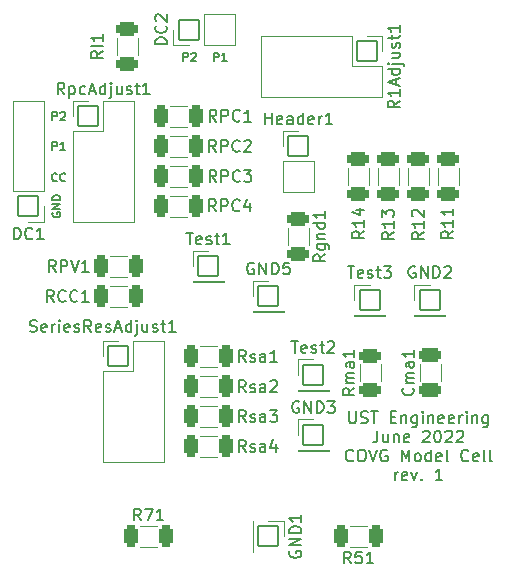
<source format=gto>
G04 #@! TF.GenerationSoftware,KiCad,Pcbnew,(6.0.5)*
G04 #@! TF.CreationDate,2022-06-17T10:27:33-05:00*
G04 #@! TF.ProjectId,model_cell,6d6f6465-6c5f-4636-956c-6c2e6b696361,rev?*
G04 #@! TF.SameCoordinates,Original*
G04 #@! TF.FileFunction,Legend,Top*
G04 #@! TF.FilePolarity,Positive*
%FSLAX46Y46*%
G04 Gerber Fmt 4.6, Leading zero omitted, Abs format (unit mm)*
G04 Created by KiCad (PCBNEW (6.0.5)) date 2022-06-17 10:27:33*
%MOMM*%
%LPD*%
G01*
G04 APERTURE LIST*
G04 Aperture macros list*
%AMRoundRect*
0 Rectangle with rounded corners*
0 $1 Rounding radius*
0 $2 $3 $4 $5 $6 $7 $8 $9 X,Y pos of 4 corners*
0 Add a 4 corners polygon primitive as box body*
4,1,4,$2,$3,$4,$5,$6,$7,$8,$9,$2,$3,0*
0 Add four circle primitives for the rounded corners*
1,1,$1+$1,$2,$3*
1,1,$1+$1,$4,$5*
1,1,$1+$1,$6,$7*
1,1,$1+$1,$8,$9*
0 Add four rect primitives between the rounded corners*
20,1,$1+$1,$2,$3,$4,$5,0*
20,1,$1+$1,$4,$5,$6,$7,0*
20,1,$1+$1,$6,$7,$8,$9,0*
20,1,$1+$1,$8,$9,$2,$3,0*%
G04 Aperture macros list end*
%ADD10C,0.150000*%
%ADD11C,0.200000*%
%ADD12C,0.120000*%
%ADD13C,5.701600*%
%ADD14C,5.701599*%
%ADD15RoundRect,0.300800X0.312500X0.625000X-0.312500X0.625000X-0.312500X-0.625000X0.312500X-0.625000X0*%
%ADD16RoundRect,0.050800X-0.850000X0.850000X-0.850000X-0.850000X0.850000X-0.850000X0.850000X0.850000X0*%
%ADD17RoundRect,0.300800X0.650000X-0.325000X0.650000X0.325000X-0.650000X0.325000X-0.650000X-0.325000X0*%
%ADD18RoundRect,0.050800X-0.850000X-0.850000X0.850000X-0.850000X0.850000X0.850000X-0.850000X0.850000X0*%
%ADD19O,1.801600X1.801600*%
%ADD20RoundRect,0.300800X0.625000X-0.312500X0.625000X0.312500X-0.625000X0.312500X-0.625000X-0.312500X0*%
%ADD21RoundRect,0.300800X-0.312500X-0.625000X0.312500X-0.625000X0.312500X0.625000X-0.312500X0.625000X0*%
%ADD22RoundRect,0.050800X0.850000X-0.850000X0.850000X0.850000X-0.850000X0.850000X-0.850000X-0.850000X0*%
%ADD23RoundRect,0.300800X-0.625000X0.312500X-0.625000X-0.312500X0.625000X-0.312500X0.625000X0.312500X0*%
%ADD24RoundRect,0.050800X0.850000X0.850000X-0.850000X0.850000X-0.850000X-0.850000X0.850000X-0.850000X0*%
G04 APERTURE END LIST*
D10*
X4563333Y37783333D02*
X4563333Y38483333D01*
X4830000Y38483333D01*
X4896666Y38450000D01*
X4930000Y38416666D01*
X4963333Y38350000D01*
X4963333Y38250000D01*
X4930000Y38183333D01*
X4896666Y38150000D01*
X4830000Y38116666D01*
X4563333Y38116666D01*
X5230000Y38416666D02*
X5263333Y38450000D01*
X5330000Y38483333D01*
X5496666Y38483333D01*
X5563333Y38450000D01*
X5596666Y38416666D01*
X5630000Y38350000D01*
X5630000Y38283333D01*
X5596666Y38183333D01*
X5196666Y37783333D01*
X5630000Y37783333D01*
D11*
X29679047Y13122619D02*
X29679047Y12313095D01*
X29726666Y12217857D01*
X29774285Y12170238D01*
X29869523Y12122619D01*
X30060000Y12122619D01*
X30155238Y12170238D01*
X30202857Y12217857D01*
X30250476Y12313095D01*
X30250476Y13122619D01*
X30679047Y12170238D02*
X30821904Y12122619D01*
X31060000Y12122619D01*
X31155238Y12170238D01*
X31202857Y12217857D01*
X31250476Y12313095D01*
X31250476Y12408333D01*
X31202857Y12503571D01*
X31155238Y12551190D01*
X31060000Y12598809D01*
X30869523Y12646428D01*
X30774285Y12694047D01*
X30726666Y12741666D01*
X30679047Y12836904D01*
X30679047Y12932142D01*
X30726666Y13027380D01*
X30774285Y13075000D01*
X30869523Y13122619D01*
X31107619Y13122619D01*
X31250476Y13075000D01*
X31536190Y13122619D02*
X32107619Y13122619D01*
X31821904Y12122619D02*
X31821904Y13122619D01*
X33202857Y12646428D02*
X33536190Y12646428D01*
X33679047Y12122619D02*
X33202857Y12122619D01*
X33202857Y13122619D01*
X33679047Y13122619D01*
X34107619Y12789285D02*
X34107619Y12122619D01*
X34107619Y12694047D02*
X34155238Y12741666D01*
X34250476Y12789285D01*
X34393333Y12789285D01*
X34488571Y12741666D01*
X34536190Y12646428D01*
X34536190Y12122619D01*
X35440952Y12789285D02*
X35440952Y11979761D01*
X35393333Y11884523D01*
X35345714Y11836904D01*
X35250476Y11789285D01*
X35107619Y11789285D01*
X35012380Y11836904D01*
X35440952Y12170238D02*
X35345714Y12122619D01*
X35155238Y12122619D01*
X35060000Y12170238D01*
X35012380Y12217857D01*
X34964761Y12313095D01*
X34964761Y12598809D01*
X35012380Y12694047D01*
X35060000Y12741666D01*
X35155238Y12789285D01*
X35345714Y12789285D01*
X35440952Y12741666D01*
X35917142Y12122619D02*
X35917142Y12789285D01*
X35917142Y13122619D02*
X35869523Y13075000D01*
X35917142Y13027380D01*
X35964761Y13075000D01*
X35917142Y13122619D01*
X35917142Y13027380D01*
X36393333Y12789285D02*
X36393333Y12122619D01*
X36393333Y12694047D02*
X36440952Y12741666D01*
X36536190Y12789285D01*
X36679047Y12789285D01*
X36774285Y12741666D01*
X36821904Y12646428D01*
X36821904Y12122619D01*
X37679047Y12170238D02*
X37583809Y12122619D01*
X37393333Y12122619D01*
X37298095Y12170238D01*
X37250476Y12265476D01*
X37250476Y12646428D01*
X37298095Y12741666D01*
X37393333Y12789285D01*
X37583809Y12789285D01*
X37679047Y12741666D01*
X37726666Y12646428D01*
X37726666Y12551190D01*
X37250476Y12455952D01*
X38536190Y12170238D02*
X38440952Y12122619D01*
X38250476Y12122619D01*
X38155238Y12170238D01*
X38107619Y12265476D01*
X38107619Y12646428D01*
X38155238Y12741666D01*
X38250476Y12789285D01*
X38440952Y12789285D01*
X38536190Y12741666D01*
X38583809Y12646428D01*
X38583809Y12551190D01*
X38107619Y12455952D01*
X39012380Y12122619D02*
X39012380Y12789285D01*
X39012380Y12598809D02*
X39060000Y12694047D01*
X39107619Y12741666D01*
X39202857Y12789285D01*
X39298095Y12789285D01*
X39631428Y12122619D02*
X39631428Y12789285D01*
X39631428Y13122619D02*
X39583809Y13075000D01*
X39631428Y13027380D01*
X39679047Y13075000D01*
X39631428Y13122619D01*
X39631428Y13027380D01*
X40107619Y12789285D02*
X40107619Y12122619D01*
X40107619Y12694047D02*
X40155238Y12741666D01*
X40250476Y12789285D01*
X40393333Y12789285D01*
X40488571Y12741666D01*
X40536190Y12646428D01*
X40536190Y12122619D01*
X41440952Y12789285D02*
X41440952Y11979761D01*
X41393333Y11884523D01*
X41345714Y11836904D01*
X41250476Y11789285D01*
X41107619Y11789285D01*
X41012380Y11836904D01*
X41440952Y12170238D02*
X41345714Y12122619D01*
X41155238Y12122619D01*
X41060000Y12170238D01*
X41012380Y12217857D01*
X40964761Y12313095D01*
X40964761Y12598809D01*
X41012380Y12694047D01*
X41060000Y12741666D01*
X41155238Y12789285D01*
X41345714Y12789285D01*
X41440952Y12741666D01*
X32083809Y11512619D02*
X32083809Y10798333D01*
X32036190Y10655476D01*
X31940952Y10560238D01*
X31798095Y10512619D01*
X31702857Y10512619D01*
X32988571Y11179285D02*
X32988571Y10512619D01*
X32560000Y11179285D02*
X32560000Y10655476D01*
X32607619Y10560238D01*
X32702857Y10512619D01*
X32845714Y10512619D01*
X32940952Y10560238D01*
X32988571Y10607857D01*
X33464761Y11179285D02*
X33464761Y10512619D01*
X33464761Y11084047D02*
X33512380Y11131666D01*
X33607619Y11179285D01*
X33750476Y11179285D01*
X33845714Y11131666D01*
X33893333Y11036428D01*
X33893333Y10512619D01*
X34750476Y10560238D02*
X34655238Y10512619D01*
X34464761Y10512619D01*
X34369523Y10560238D01*
X34321904Y10655476D01*
X34321904Y11036428D01*
X34369523Y11131666D01*
X34464761Y11179285D01*
X34655238Y11179285D01*
X34750476Y11131666D01*
X34798095Y11036428D01*
X34798095Y10941190D01*
X34321904Y10845952D01*
X35940952Y11417380D02*
X35988571Y11465000D01*
X36083809Y11512619D01*
X36321904Y11512619D01*
X36417142Y11465000D01*
X36464761Y11417380D01*
X36512380Y11322142D01*
X36512380Y11226904D01*
X36464761Y11084047D01*
X35893333Y10512619D01*
X36512380Y10512619D01*
X37131428Y11512619D02*
X37226666Y11512619D01*
X37321904Y11465000D01*
X37369523Y11417380D01*
X37417142Y11322142D01*
X37464761Y11131666D01*
X37464761Y10893571D01*
X37417142Y10703095D01*
X37369523Y10607857D01*
X37321904Y10560238D01*
X37226666Y10512619D01*
X37131428Y10512619D01*
X37036190Y10560238D01*
X36988571Y10607857D01*
X36940952Y10703095D01*
X36893333Y10893571D01*
X36893333Y11131666D01*
X36940952Y11322142D01*
X36988571Y11417380D01*
X37036190Y11465000D01*
X37131428Y11512619D01*
X37845714Y11417380D02*
X37893333Y11465000D01*
X37988571Y11512619D01*
X38226666Y11512619D01*
X38321904Y11465000D01*
X38369523Y11417380D01*
X38417142Y11322142D01*
X38417142Y11226904D01*
X38369523Y11084047D01*
X37798095Y10512619D01*
X38417142Y10512619D01*
X38798095Y11417380D02*
X38845714Y11465000D01*
X38940952Y11512619D01*
X39179047Y11512619D01*
X39274285Y11465000D01*
X39321904Y11417380D01*
X39369523Y11322142D01*
X39369523Y11226904D01*
X39321904Y11084047D01*
X38750476Y10512619D01*
X39369523Y10512619D01*
X30036190Y8997857D02*
X29988571Y8950238D01*
X29845714Y8902619D01*
X29750476Y8902619D01*
X29607619Y8950238D01*
X29512380Y9045476D01*
X29464761Y9140714D01*
X29417142Y9331190D01*
X29417142Y9474047D01*
X29464761Y9664523D01*
X29512380Y9759761D01*
X29607619Y9855000D01*
X29750476Y9902619D01*
X29845714Y9902619D01*
X29988571Y9855000D01*
X30036190Y9807380D01*
X30655238Y9902619D02*
X30845714Y9902619D01*
X30940952Y9855000D01*
X31036190Y9759761D01*
X31083809Y9569285D01*
X31083809Y9235952D01*
X31036190Y9045476D01*
X30940952Y8950238D01*
X30845714Y8902619D01*
X30655238Y8902619D01*
X30559999Y8950238D01*
X30464761Y9045476D01*
X30417142Y9235952D01*
X30417142Y9569285D01*
X30464761Y9759761D01*
X30559999Y9855000D01*
X30655238Y9902619D01*
X31369523Y9902619D02*
X31702857Y8902619D01*
X32036190Y9902619D01*
X32893333Y9855000D02*
X32798095Y9902619D01*
X32655238Y9902619D01*
X32512380Y9855000D01*
X32417142Y9759761D01*
X32369523Y9664523D01*
X32321904Y9474047D01*
X32321904Y9331190D01*
X32369523Y9140714D01*
X32417142Y9045476D01*
X32512380Y8950238D01*
X32655238Y8902619D01*
X32750476Y8902619D01*
X32893333Y8950238D01*
X32940952Y8997857D01*
X32940952Y9331190D01*
X32750476Y9331190D01*
X34131428Y8902619D02*
X34131428Y9902619D01*
X34464761Y9188333D01*
X34798095Y9902619D01*
X34798095Y8902619D01*
X35417142Y8902619D02*
X35321904Y8950238D01*
X35274285Y8997857D01*
X35226666Y9093095D01*
X35226666Y9378809D01*
X35274285Y9474047D01*
X35321904Y9521666D01*
X35417142Y9569285D01*
X35560000Y9569285D01*
X35655238Y9521666D01*
X35702857Y9474047D01*
X35750476Y9378809D01*
X35750476Y9093095D01*
X35702857Y8997857D01*
X35655238Y8950238D01*
X35560000Y8902619D01*
X35417142Y8902619D01*
X36607619Y8902619D02*
X36607619Y9902619D01*
X36607619Y8950238D02*
X36512380Y8902619D01*
X36321904Y8902619D01*
X36226666Y8950238D01*
X36179047Y8997857D01*
X36131428Y9093095D01*
X36131428Y9378809D01*
X36179047Y9474047D01*
X36226666Y9521666D01*
X36321904Y9569285D01*
X36512380Y9569285D01*
X36607619Y9521666D01*
X37464761Y8950238D02*
X37369523Y8902619D01*
X37179047Y8902619D01*
X37083809Y8950238D01*
X37036190Y9045476D01*
X37036190Y9426428D01*
X37083809Y9521666D01*
X37179047Y9569285D01*
X37369523Y9569285D01*
X37464761Y9521666D01*
X37512380Y9426428D01*
X37512380Y9331190D01*
X37036190Y9235952D01*
X38083809Y8902619D02*
X37988571Y8950238D01*
X37940952Y9045476D01*
X37940952Y9902619D01*
X39798095Y8997857D02*
X39750476Y8950238D01*
X39607619Y8902619D01*
X39512380Y8902619D01*
X39369523Y8950238D01*
X39274285Y9045476D01*
X39226666Y9140714D01*
X39179047Y9331190D01*
X39179047Y9474047D01*
X39226666Y9664523D01*
X39274285Y9759761D01*
X39369523Y9855000D01*
X39512380Y9902619D01*
X39607619Y9902619D01*
X39750476Y9855000D01*
X39798095Y9807380D01*
X40607619Y8950238D02*
X40512380Y8902619D01*
X40321904Y8902619D01*
X40226666Y8950238D01*
X40179047Y9045476D01*
X40179047Y9426428D01*
X40226666Y9521666D01*
X40321904Y9569285D01*
X40512380Y9569285D01*
X40607619Y9521666D01*
X40655238Y9426428D01*
X40655238Y9331190D01*
X40179047Y9235952D01*
X41226666Y8902619D02*
X41131428Y8950238D01*
X41083809Y9045476D01*
X41083809Y9902619D01*
X41750476Y8902619D02*
X41655238Y8950238D01*
X41607619Y9045476D01*
X41607619Y9902619D01*
X33583809Y7292619D02*
X33583809Y7959285D01*
X33583809Y7768809D02*
X33631428Y7864047D01*
X33679047Y7911666D01*
X33774285Y7959285D01*
X33869523Y7959285D01*
X34583809Y7340238D02*
X34488571Y7292619D01*
X34298095Y7292619D01*
X34202857Y7340238D01*
X34155238Y7435476D01*
X34155238Y7816428D01*
X34202857Y7911666D01*
X34298095Y7959285D01*
X34488571Y7959285D01*
X34583809Y7911666D01*
X34631428Y7816428D01*
X34631428Y7721190D01*
X34155238Y7625952D01*
X34964761Y7959285D02*
X35202857Y7292619D01*
X35440952Y7959285D01*
X35821904Y7387857D02*
X35869523Y7340238D01*
X35821904Y7292619D01*
X35774285Y7340238D01*
X35821904Y7387857D01*
X35821904Y7292619D01*
X37583809Y7292619D02*
X37012380Y7292619D01*
X37298095Y7292619D02*
X37298095Y8292619D01*
X37202857Y8149761D01*
X37107619Y8054523D01*
X37012380Y8006904D01*
D10*
X4946666Y32668370D02*
X4913333Y32635036D01*
X4813333Y32601703D01*
X4746666Y32601703D01*
X4646666Y32635036D01*
X4580000Y32701703D01*
X4546666Y32768370D01*
X4513333Y32901703D01*
X4513333Y33001703D01*
X4546666Y33135036D01*
X4580000Y33201703D01*
X4646666Y33268370D01*
X4746666Y33301703D01*
X4813333Y33301703D01*
X4913333Y33268370D01*
X4946666Y33235036D01*
X5646666Y32668370D02*
X5613333Y32635036D01*
X5513333Y32601703D01*
X5446666Y32601703D01*
X5346666Y32635036D01*
X5280000Y32701703D01*
X5246666Y32768370D01*
X5213333Y32901703D01*
X5213333Y33001703D01*
X5246666Y33135036D01*
X5280000Y33201703D01*
X5346666Y33268370D01*
X5446666Y33301703D01*
X5513333Y33301703D01*
X5613333Y33268370D01*
X5646666Y33235036D01*
X4563333Y35243333D02*
X4563333Y35943333D01*
X4830000Y35943333D01*
X4896666Y35910000D01*
X4930000Y35876666D01*
X4963333Y35810000D01*
X4963333Y35710000D01*
X4930000Y35643333D01*
X4896666Y35610000D01*
X4830000Y35576666D01*
X4563333Y35576666D01*
X5630000Y35243333D02*
X5230000Y35243333D01*
X5430000Y35243333D02*
X5430000Y35943333D01*
X5363333Y35843333D01*
X5296666Y35776666D01*
X5230000Y35743333D01*
X18252437Y42788804D02*
X18252437Y43488804D01*
X18519104Y43488804D01*
X18585770Y43455471D01*
X18619104Y43422137D01*
X18652437Y43355471D01*
X18652437Y43255471D01*
X18619104Y43188804D01*
X18585770Y43155471D01*
X18519104Y43122137D01*
X18252437Y43122137D01*
X19319104Y42788804D02*
X18919104Y42788804D01*
X19119104Y42788804D02*
X19119104Y43488804D01*
X19052437Y43388804D01*
X18985770Y43322137D01*
X18919104Y43288804D01*
X4584946Y29970014D02*
X4551612Y29903348D01*
X4551612Y29803348D01*
X4584946Y29703348D01*
X4651612Y29636681D01*
X4718279Y29603348D01*
X4851612Y29570014D01*
X4951612Y29570014D01*
X5084946Y29603348D01*
X5151612Y29636681D01*
X5218279Y29703348D01*
X5251612Y29803348D01*
X5251612Y29870014D01*
X5218279Y29970014D01*
X5184946Y30003348D01*
X4951612Y30003348D01*
X4951612Y29870014D01*
X5251612Y30303348D02*
X4551612Y30303348D01*
X5251612Y30703348D01*
X4551612Y30703348D01*
X5251612Y31036681D02*
X4551612Y31036681D01*
X4551612Y31203348D01*
X4584946Y31303348D01*
X4651612Y31370014D01*
X4718279Y31403348D01*
X4851612Y31436681D01*
X4951612Y31436681D01*
X5084946Y31403348D01*
X5151612Y31370014D01*
X5218279Y31303348D01*
X5251612Y31203348D01*
X5251612Y31036681D01*
X15652022Y42788804D02*
X15652022Y43488804D01*
X15918689Y43488804D01*
X15985355Y43455471D01*
X16018689Y43422137D01*
X16052022Y43355471D01*
X16052022Y43255471D01*
X16018689Y43188804D01*
X15985355Y43155471D01*
X15918689Y43122137D01*
X15652022Y43122137D01*
X16318689Y43422137D02*
X16352022Y43455471D01*
X16418689Y43488804D01*
X16585355Y43488804D01*
X16652022Y43455471D01*
X16685355Y43422137D01*
X16718689Y43355471D01*
X16718689Y43288804D01*
X16685355Y43188804D01*
X16285355Y42788804D01*
X16718689Y42788804D01*
X29837142Y267619D02*
X29503809Y743809D01*
X29265714Y267619D02*
X29265714Y1267619D01*
X29646666Y1267619D01*
X29741904Y1220000D01*
X29789523Y1172380D01*
X29837142Y1077142D01*
X29837142Y934285D01*
X29789523Y839047D01*
X29741904Y791428D01*
X29646666Y743809D01*
X29265714Y743809D01*
X30741904Y1267619D02*
X30265714Y1267619D01*
X30218095Y791428D01*
X30265714Y839047D01*
X30360952Y886666D01*
X30599047Y886666D01*
X30694285Y839047D01*
X30741904Y791428D01*
X30789523Y696190D01*
X30789523Y458095D01*
X30741904Y362857D01*
X30694285Y315238D01*
X30599047Y267619D01*
X30360952Y267619D01*
X30265714Y315238D01*
X30218095Y362857D01*
X31741904Y267619D02*
X31170476Y267619D01*
X31456190Y267619D02*
X31456190Y1267619D01*
X31360952Y1124761D01*
X31265714Y1029523D01*
X31170476Y981904D01*
X20928663Y12249507D02*
X20595330Y12725697D01*
X20357234Y12249507D02*
X20357234Y13249507D01*
X20738187Y13249507D01*
X20833425Y13201888D01*
X20881044Y13154268D01*
X20928663Y13059030D01*
X20928663Y12916173D01*
X20881044Y12820935D01*
X20833425Y12773316D01*
X20738187Y12725697D01*
X20357234Y12725697D01*
X21309615Y12297126D02*
X21404853Y12249507D01*
X21595330Y12249507D01*
X21690568Y12297126D01*
X21738187Y12392364D01*
X21738187Y12439983D01*
X21690568Y12535221D01*
X21595330Y12582840D01*
X21452473Y12582840D01*
X21357234Y12630459D01*
X21309615Y12725697D01*
X21309615Y12773316D01*
X21357234Y12868554D01*
X21452473Y12916173D01*
X21595330Y12916173D01*
X21690568Y12868554D01*
X22595330Y12249507D02*
X22595330Y12773316D01*
X22547711Y12868554D01*
X22452473Y12916173D01*
X22261996Y12916173D01*
X22166758Y12868554D01*
X22595330Y12297126D02*
X22500092Y12249507D01*
X22261996Y12249507D01*
X22166758Y12297126D01*
X22119139Y12392364D01*
X22119139Y12487602D01*
X22166758Y12582840D01*
X22261996Y12630459D01*
X22500092Y12630459D01*
X22595330Y12678078D01*
X22976282Y13249507D02*
X23595330Y13249507D01*
X23261996Y12868554D01*
X23404853Y12868554D01*
X23500092Y12820935D01*
X23547711Y12773316D01*
X23595330Y12678078D01*
X23595330Y12439983D01*
X23547711Y12344745D01*
X23500092Y12297126D01*
X23404853Y12249507D01*
X23119139Y12249507D01*
X23023901Y12297126D01*
X22976282Y12344745D01*
X20928663Y9711039D02*
X20595330Y10187229D01*
X20357234Y9711039D02*
X20357234Y10711039D01*
X20738187Y10711039D01*
X20833425Y10663420D01*
X20881044Y10615800D01*
X20928663Y10520562D01*
X20928663Y10377705D01*
X20881044Y10282467D01*
X20833425Y10234848D01*
X20738187Y10187229D01*
X20357234Y10187229D01*
X21309615Y9758658D02*
X21404853Y9711039D01*
X21595330Y9711039D01*
X21690568Y9758658D01*
X21738187Y9853896D01*
X21738187Y9901515D01*
X21690568Y9996753D01*
X21595330Y10044372D01*
X21452473Y10044372D01*
X21357234Y10091991D01*
X21309615Y10187229D01*
X21309615Y10234848D01*
X21357234Y10330086D01*
X21452473Y10377705D01*
X21595330Y10377705D01*
X21690568Y10330086D01*
X22595330Y9711039D02*
X22595330Y10234848D01*
X22547711Y10330086D01*
X22452473Y10377705D01*
X22261996Y10377705D01*
X22166758Y10330086D01*
X22595330Y9758658D02*
X22500092Y9711039D01*
X22261996Y9711039D01*
X22166758Y9758658D01*
X22119139Y9853896D01*
X22119139Y9949134D01*
X22166758Y10044372D01*
X22261996Y10091991D01*
X22500092Y10091991D01*
X22595330Y10139610D01*
X23500092Y10377705D02*
X23500092Y9711039D01*
X23261996Y10758658D02*
X23023901Y10044372D01*
X23642949Y10044372D01*
X24690000Y1301904D02*
X24642380Y1206666D01*
X24642380Y1063809D01*
X24690000Y920952D01*
X24785238Y825714D01*
X24880476Y778095D01*
X25070952Y730476D01*
X25213809Y730476D01*
X25404285Y778095D01*
X25499523Y825714D01*
X25594761Y920952D01*
X25642380Y1063809D01*
X25642380Y1159047D01*
X25594761Y1301904D01*
X25547142Y1349523D01*
X25213809Y1349523D01*
X25213809Y1159047D01*
X25642380Y1778095D02*
X24642380Y1778095D01*
X25642380Y2349523D01*
X24642380Y2349523D01*
X25642380Y2825714D02*
X24642380Y2825714D01*
X24642380Y3063809D01*
X24690000Y3206666D01*
X24785238Y3301904D01*
X24880476Y3349523D01*
X25070952Y3397142D01*
X25213809Y3397142D01*
X25404285Y3349523D01*
X25499523Y3301904D01*
X25594761Y3206666D01*
X25642380Y3063809D01*
X25642380Y2825714D01*
X25642380Y4349523D02*
X25642380Y3778095D01*
X25642380Y4063809D02*
X24642380Y4063809D01*
X24785238Y3968571D01*
X24880476Y3873333D01*
X24928095Y3778095D01*
X20928663Y14758111D02*
X20595330Y15234301D01*
X20357234Y14758111D02*
X20357234Y15758111D01*
X20738187Y15758111D01*
X20833425Y15710492D01*
X20881044Y15662872D01*
X20928663Y15567634D01*
X20928663Y15424777D01*
X20881044Y15329539D01*
X20833425Y15281920D01*
X20738187Y15234301D01*
X20357234Y15234301D01*
X21309615Y14805730D02*
X21404853Y14758111D01*
X21595330Y14758111D01*
X21690568Y14805730D01*
X21738187Y14900968D01*
X21738187Y14948587D01*
X21690568Y15043825D01*
X21595330Y15091444D01*
X21452473Y15091444D01*
X21357234Y15139063D01*
X21309615Y15234301D01*
X21309615Y15281920D01*
X21357234Y15377158D01*
X21452473Y15424777D01*
X21595330Y15424777D01*
X21690568Y15377158D01*
X22595330Y14758111D02*
X22595330Y15281920D01*
X22547711Y15377158D01*
X22452473Y15424777D01*
X22261996Y15424777D01*
X22166758Y15377158D01*
X22595330Y14805730D02*
X22500092Y14758111D01*
X22261996Y14758111D01*
X22166758Y14805730D01*
X22119139Y14900968D01*
X22119139Y14996206D01*
X22166758Y15091444D01*
X22261996Y15139063D01*
X22500092Y15139063D01*
X22595330Y15186682D01*
X23023901Y15662872D02*
X23071520Y15710492D01*
X23166758Y15758111D01*
X23404853Y15758111D01*
X23500092Y15710492D01*
X23547711Y15662872D01*
X23595330Y15567634D01*
X23595330Y15472396D01*
X23547711Y15329539D01*
X22976282Y14758111D01*
X23595330Y14758111D01*
X35086205Y15108647D02*
X35133824Y15061028D01*
X35181443Y14918171D01*
X35181443Y14822933D01*
X35133824Y14680076D01*
X35038586Y14584838D01*
X34943348Y14537219D01*
X34752872Y14489600D01*
X34610015Y14489600D01*
X34419539Y14537219D01*
X34324301Y14584838D01*
X34229063Y14680076D01*
X34181443Y14822933D01*
X34181443Y14918171D01*
X34229063Y15061028D01*
X34276682Y15108647D01*
X35181443Y15537219D02*
X34514777Y15537219D01*
X34610015Y15537219D02*
X34562396Y15584838D01*
X34514777Y15680076D01*
X34514777Y15822933D01*
X34562396Y15918171D01*
X34657634Y15965790D01*
X35181443Y15965790D01*
X34657634Y15965790D02*
X34562396Y16013409D01*
X34514777Y16108647D01*
X34514777Y16251504D01*
X34562396Y16346742D01*
X34657634Y16394362D01*
X35181443Y16394362D01*
X35181443Y17299123D02*
X34657634Y17299123D01*
X34562396Y17251504D01*
X34514777Y17156266D01*
X34514777Y16965790D01*
X34562396Y16870552D01*
X35133824Y17299123D02*
X35181443Y17203885D01*
X35181443Y16965790D01*
X35133824Y16870552D01*
X35038586Y16822933D01*
X34943348Y16822933D01*
X34848110Y16870552D01*
X34800491Y16965790D01*
X34800491Y17203885D01*
X34752872Y17299123D01*
X35181443Y18299123D02*
X35181443Y17727695D01*
X35181443Y18013409D02*
X34181443Y18013409D01*
X34324301Y17918171D01*
X34419539Y17822933D01*
X34467158Y17727695D01*
X22566666Y37437619D02*
X22566666Y38437619D01*
X22566666Y37961428D02*
X23138095Y37961428D01*
X23138095Y37437619D02*
X23138095Y38437619D01*
X23995238Y37485238D02*
X23900000Y37437619D01*
X23709523Y37437619D01*
X23614285Y37485238D01*
X23566666Y37580476D01*
X23566666Y37961428D01*
X23614285Y38056666D01*
X23709523Y38104285D01*
X23900000Y38104285D01*
X23995238Y38056666D01*
X24042857Y37961428D01*
X24042857Y37866190D01*
X23566666Y37770952D01*
X24900000Y37437619D02*
X24900000Y37961428D01*
X24852380Y38056666D01*
X24757142Y38104285D01*
X24566666Y38104285D01*
X24471428Y38056666D01*
X24900000Y37485238D02*
X24804761Y37437619D01*
X24566666Y37437619D01*
X24471428Y37485238D01*
X24423809Y37580476D01*
X24423809Y37675714D01*
X24471428Y37770952D01*
X24566666Y37818571D01*
X24804761Y37818571D01*
X24900000Y37866190D01*
X25804761Y37437619D02*
X25804761Y38437619D01*
X25804761Y37485238D02*
X25709523Y37437619D01*
X25519047Y37437619D01*
X25423809Y37485238D01*
X25376190Y37532857D01*
X25328571Y37628095D01*
X25328571Y37913809D01*
X25376190Y38009047D01*
X25423809Y38056666D01*
X25519047Y38104285D01*
X25709523Y38104285D01*
X25804761Y38056666D01*
X26661904Y37485238D02*
X26566666Y37437619D01*
X26376190Y37437619D01*
X26280952Y37485238D01*
X26233333Y37580476D01*
X26233333Y37961428D01*
X26280952Y38056666D01*
X26376190Y38104285D01*
X26566666Y38104285D01*
X26661904Y38056666D01*
X26709523Y37961428D01*
X26709523Y37866190D01*
X26233333Y37770952D01*
X27138095Y37437619D02*
X27138095Y38104285D01*
X27138095Y37913809D02*
X27185714Y38009047D01*
X27233333Y38056666D01*
X27328571Y38104285D01*
X27423809Y38104285D01*
X28280952Y37437619D02*
X27709523Y37437619D01*
X27995238Y37437619D02*
X27995238Y38437619D01*
X27900000Y38294761D01*
X27804761Y38199523D01*
X27709523Y38151904D01*
X30970926Y28399834D02*
X30494736Y28066501D01*
X30970926Y27828406D02*
X29970926Y27828406D01*
X29970926Y28209358D01*
X30018546Y28304596D01*
X30066165Y28352215D01*
X30161403Y28399834D01*
X30304260Y28399834D01*
X30399498Y28352215D01*
X30447117Y28304596D01*
X30494736Y28209358D01*
X30494736Y27828406D01*
X30970926Y29352215D02*
X30970926Y28780787D01*
X30970926Y29066501D02*
X29970926Y29066501D01*
X30113784Y28971263D01*
X30209022Y28876025D01*
X30256641Y28780787D01*
X30304260Y30209358D02*
X30970926Y30209358D01*
X29923307Y29971263D02*
X30637593Y29733168D01*
X30637593Y30352215D01*
X4846803Y24950846D02*
X4513470Y25427036D01*
X4275375Y24950846D02*
X4275375Y25950846D01*
X4656327Y25950846D01*
X4751565Y25903227D01*
X4799184Y25855607D01*
X4846803Y25760369D01*
X4846803Y25617512D01*
X4799184Y25522274D01*
X4751565Y25474655D01*
X4656327Y25427036D01*
X4275375Y25427036D01*
X5275375Y24950846D02*
X5275375Y25950846D01*
X5656327Y25950846D01*
X5751565Y25903227D01*
X5799184Y25855607D01*
X5846803Y25760369D01*
X5846803Y25617512D01*
X5799184Y25522274D01*
X5751565Y25474655D01*
X5656327Y25427036D01*
X5275375Y25427036D01*
X6132518Y25950846D02*
X6465851Y24950846D01*
X6799184Y25950846D01*
X7656327Y24950846D02*
X7084899Y24950846D01*
X7370613Y24950846D02*
X7370613Y25950846D01*
X7275375Y25807988D01*
X7180137Y25712750D01*
X7084899Y25665131D01*
X25428563Y13960799D02*
X25333325Y14008418D01*
X25190468Y14008418D01*
X25047611Y13960799D01*
X24952373Y13865560D01*
X24904754Y13770322D01*
X24857135Y13579846D01*
X24857135Y13436989D01*
X24904754Y13246513D01*
X24952373Y13151275D01*
X25047611Y13056037D01*
X25190468Y13008418D01*
X25285706Y13008418D01*
X25428563Y13056037D01*
X25476182Y13103656D01*
X25476182Y13436989D01*
X25285706Y13436989D01*
X25904754Y13008418D02*
X25904754Y14008418D01*
X26476182Y13008418D01*
X26476182Y14008418D01*
X26952373Y13008418D02*
X26952373Y14008418D01*
X27190468Y14008418D01*
X27333325Y13960799D01*
X27428563Y13865560D01*
X27476182Y13770322D01*
X27523801Y13579846D01*
X27523801Y13436989D01*
X27476182Y13246513D01*
X27428563Y13151275D01*
X27333325Y13056037D01*
X27190468Y13008418D01*
X26952373Y13008418D01*
X27857135Y14008418D02*
X28476182Y14008418D01*
X28142849Y13627465D01*
X28285706Y13627465D01*
X28380944Y13579846D01*
X28428563Y13532227D01*
X28476182Y13436989D01*
X28476182Y13198894D01*
X28428563Y13103656D01*
X28380944Y13056037D01*
X28285706Y13008418D01*
X27999992Y13008418D01*
X27904754Y13056037D01*
X27857135Y13103656D01*
X33965307Y39436201D02*
X33489117Y39102867D01*
X33965307Y38864772D02*
X32965307Y38864772D01*
X32965307Y39245724D01*
X33012927Y39340963D01*
X33060546Y39388582D01*
X33155784Y39436201D01*
X33298641Y39436201D01*
X33393879Y39388582D01*
X33441498Y39340963D01*
X33489117Y39245724D01*
X33489117Y38864772D01*
X33965307Y40388582D02*
X33965307Y39817153D01*
X33965307Y40102867D02*
X32965307Y40102867D01*
X33108165Y40007629D01*
X33203403Y39912391D01*
X33251022Y39817153D01*
X33679593Y40769534D02*
X33679593Y41245724D01*
X33965307Y40674296D02*
X32965307Y41007629D01*
X33965307Y41340963D01*
X33965307Y42102867D02*
X32965307Y42102867D01*
X33917688Y42102867D02*
X33965307Y42007629D01*
X33965307Y41817153D01*
X33917688Y41721915D01*
X33870069Y41674296D01*
X33774831Y41626677D01*
X33489117Y41626677D01*
X33393879Y41674296D01*
X33346260Y41721915D01*
X33298641Y41817153D01*
X33298641Y42007629D01*
X33346260Y42102867D01*
X33298641Y42579058D02*
X34155784Y42579058D01*
X34251022Y42531439D01*
X34298641Y42436201D01*
X34298641Y42388582D01*
X32965307Y42579058D02*
X33012927Y42531439D01*
X33060546Y42579058D01*
X33012927Y42626677D01*
X32965307Y42579058D01*
X33060546Y42579058D01*
X33298641Y43483820D02*
X33965307Y43483820D01*
X33298641Y43055248D02*
X33822450Y43055248D01*
X33917688Y43102867D01*
X33965307Y43198105D01*
X33965307Y43340963D01*
X33917688Y43436201D01*
X33870069Y43483820D01*
X33917688Y43912391D02*
X33965307Y44007629D01*
X33965307Y44198105D01*
X33917688Y44293343D01*
X33822450Y44340963D01*
X33774831Y44340963D01*
X33679593Y44293343D01*
X33631974Y44198105D01*
X33631974Y44055248D01*
X33584355Y43960010D01*
X33489117Y43912391D01*
X33441498Y43912391D01*
X33346260Y43960010D01*
X33298641Y44055248D01*
X33298641Y44198105D01*
X33346260Y44293343D01*
X33298641Y44626677D02*
X33298641Y45007629D01*
X32965307Y44769534D02*
X33822450Y44769534D01*
X33917688Y44817153D01*
X33965307Y44912391D01*
X33965307Y45007629D01*
X33965307Y45864772D02*
X33965307Y45293343D01*
X33965307Y45579058D02*
X32965307Y45579058D01*
X33108165Y45483820D01*
X33203403Y45388582D01*
X33251022Y45293343D01*
X35281202Y25373723D02*
X35185964Y25421342D01*
X35043107Y25421342D01*
X34900250Y25373723D01*
X34805012Y25278484D01*
X34757393Y25183246D01*
X34709774Y24992770D01*
X34709774Y24849913D01*
X34757393Y24659437D01*
X34805012Y24564199D01*
X34900250Y24468961D01*
X35043107Y24421342D01*
X35138345Y24421342D01*
X35281202Y24468961D01*
X35328821Y24516580D01*
X35328821Y24849913D01*
X35138345Y24849913D01*
X35757393Y24421342D02*
X35757393Y25421342D01*
X36328821Y24421342D01*
X36328821Y25421342D01*
X36805012Y24421342D02*
X36805012Y25421342D01*
X37043107Y25421342D01*
X37185964Y25373723D01*
X37281202Y25278484D01*
X37328821Y25183246D01*
X37376440Y24992770D01*
X37376440Y24849913D01*
X37328821Y24659437D01*
X37281202Y24564199D01*
X37185964Y24468961D01*
X37043107Y24421342D01*
X36805012Y24421342D01*
X37757393Y25326103D02*
X37805012Y25373723D01*
X37900250Y25421342D01*
X38138345Y25421342D01*
X38233583Y25373723D01*
X38281202Y25326103D01*
X38328821Y25230865D01*
X38328821Y25135627D01*
X38281202Y24992770D01*
X37709774Y24421342D01*
X38328821Y24421342D01*
X36001269Y28307108D02*
X35525079Y27973775D01*
X36001269Y27735680D02*
X35001269Y27735680D01*
X35001269Y28116632D01*
X35048889Y28211870D01*
X35096508Y28259489D01*
X35191746Y28307108D01*
X35334603Y28307108D01*
X35429841Y28259489D01*
X35477460Y28211870D01*
X35525079Y28116632D01*
X35525079Y27735680D01*
X36001269Y29259489D02*
X36001269Y28688061D01*
X36001269Y28973775D02*
X35001269Y28973775D01*
X35144127Y28878537D01*
X35239365Y28783299D01*
X35286984Y28688061D01*
X35096508Y29640442D02*
X35048889Y29688061D01*
X35001269Y29783299D01*
X35001269Y30021394D01*
X35048889Y30116632D01*
X35096508Y30164251D01*
X35191746Y30211870D01*
X35286984Y30211870D01*
X35429841Y30164251D01*
X36001269Y29592823D01*
X36001269Y30211870D01*
X33474507Y28307108D02*
X32998317Y27973775D01*
X33474507Y27735680D02*
X32474507Y27735680D01*
X32474507Y28116632D01*
X32522127Y28211870D01*
X32569746Y28259489D01*
X32664984Y28307108D01*
X32807841Y28307108D01*
X32903079Y28259489D01*
X32950698Y28211870D01*
X32998317Y28116632D01*
X32998317Y27735680D01*
X33474507Y29259489D02*
X33474507Y28688061D01*
X33474507Y28973775D02*
X32474507Y28973775D01*
X32617365Y28878537D01*
X32712603Y28783299D01*
X32760222Y28688061D01*
X32474507Y29592823D02*
X32474507Y30211870D01*
X32855460Y29878537D01*
X32855460Y30021394D01*
X32903079Y30116632D01*
X32950698Y30164251D01*
X33045936Y30211870D01*
X33284031Y30211870D01*
X33379269Y30164251D01*
X33426888Y30116632D01*
X33474507Y30021394D01*
X33474507Y29735680D01*
X33426888Y29640442D01*
X33379269Y29592823D01*
X14264235Y44220387D02*
X13264235Y44220387D01*
X13264235Y44458483D01*
X13311855Y44601340D01*
X13407093Y44696578D01*
X13502331Y44744197D01*
X13692807Y44791816D01*
X13835664Y44791816D01*
X14026140Y44744197D01*
X14121378Y44696578D01*
X14216616Y44601340D01*
X14264235Y44458483D01*
X14264235Y44220387D01*
X14168997Y45791816D02*
X14216616Y45744197D01*
X14264235Y45601340D01*
X14264235Y45506102D01*
X14216616Y45363244D01*
X14121378Y45268006D01*
X14026140Y45220387D01*
X13835664Y45172768D01*
X13692807Y45172768D01*
X13502331Y45220387D01*
X13407093Y45268006D01*
X13311855Y45363244D01*
X13264235Y45506102D01*
X13264235Y45601340D01*
X13311855Y45744197D01*
X13359474Y45791816D01*
X13359474Y46172768D02*
X13311855Y46220387D01*
X13264235Y46315625D01*
X13264235Y46553721D01*
X13311855Y46648959D01*
X13359474Y46696578D01*
X13454712Y46744197D01*
X13549950Y46744197D01*
X13692807Y46696578D01*
X14264235Y46125149D01*
X14264235Y46744197D01*
X5580476Y39977619D02*
X5247142Y40453809D01*
X5009047Y39977619D02*
X5009047Y40977619D01*
X5390000Y40977619D01*
X5485238Y40930000D01*
X5532857Y40882380D01*
X5580476Y40787142D01*
X5580476Y40644285D01*
X5532857Y40549047D01*
X5485238Y40501428D01*
X5390000Y40453809D01*
X5009047Y40453809D01*
X6009047Y40644285D02*
X6009047Y39644285D01*
X6009047Y40596666D02*
X6104285Y40644285D01*
X6294761Y40644285D01*
X6390000Y40596666D01*
X6437619Y40549047D01*
X6485238Y40453809D01*
X6485238Y40168095D01*
X6437619Y40072857D01*
X6390000Y40025238D01*
X6294761Y39977619D01*
X6104285Y39977619D01*
X6009047Y40025238D01*
X7342380Y40025238D02*
X7247142Y39977619D01*
X7056666Y39977619D01*
X6961428Y40025238D01*
X6913809Y40072857D01*
X6866190Y40168095D01*
X6866190Y40453809D01*
X6913809Y40549047D01*
X6961428Y40596666D01*
X7056666Y40644285D01*
X7247142Y40644285D01*
X7342380Y40596666D01*
X7723333Y40263333D02*
X8199523Y40263333D01*
X7628095Y39977619D02*
X7961428Y40977619D01*
X8294761Y39977619D01*
X9056666Y39977619D02*
X9056666Y40977619D01*
X9056666Y40025238D02*
X8961428Y39977619D01*
X8770952Y39977619D01*
X8675714Y40025238D01*
X8628095Y40072857D01*
X8580476Y40168095D01*
X8580476Y40453809D01*
X8628095Y40549047D01*
X8675714Y40596666D01*
X8770952Y40644285D01*
X8961428Y40644285D01*
X9056666Y40596666D01*
X9532857Y40644285D02*
X9532857Y39787142D01*
X9485238Y39691904D01*
X9390000Y39644285D01*
X9342380Y39644285D01*
X9532857Y40977619D02*
X9485238Y40930000D01*
X9532857Y40882380D01*
X9580476Y40930000D01*
X9532857Y40977619D01*
X9532857Y40882380D01*
X10437619Y40644285D02*
X10437619Y39977619D01*
X10009047Y40644285D02*
X10009047Y40120476D01*
X10056666Y40025238D01*
X10151904Y39977619D01*
X10294761Y39977619D01*
X10390000Y40025238D01*
X10437619Y40072857D01*
X10866190Y40025238D02*
X10961428Y39977619D01*
X11151904Y39977619D01*
X11247142Y40025238D01*
X11294761Y40120476D01*
X11294761Y40168095D01*
X11247142Y40263333D01*
X11151904Y40310952D01*
X11009047Y40310952D01*
X10913809Y40358571D01*
X10866190Y40453809D01*
X10866190Y40501428D01*
X10913809Y40596666D01*
X11009047Y40644285D01*
X11151904Y40644285D01*
X11247142Y40596666D01*
X11580476Y40644285D02*
X11961428Y40644285D01*
X11723333Y40977619D02*
X11723333Y40120476D01*
X11770952Y40025238D01*
X11866190Y39977619D01*
X11961428Y39977619D01*
X12818571Y39977619D02*
X12247142Y39977619D01*
X12532857Y39977619D02*
X12532857Y40977619D01*
X12437619Y40834761D01*
X12342380Y40739523D01*
X12247142Y40691904D01*
X20928663Y17326444D02*
X20595330Y17802634D01*
X20357234Y17326444D02*
X20357234Y18326444D01*
X20738187Y18326444D01*
X20833425Y18278825D01*
X20881044Y18231205D01*
X20928663Y18135967D01*
X20928663Y17993110D01*
X20881044Y17897872D01*
X20833425Y17850253D01*
X20738187Y17802634D01*
X20357234Y17802634D01*
X21309615Y17374063D02*
X21404853Y17326444D01*
X21595330Y17326444D01*
X21690568Y17374063D01*
X21738187Y17469301D01*
X21738187Y17516920D01*
X21690568Y17612158D01*
X21595330Y17659777D01*
X21452473Y17659777D01*
X21357234Y17707396D01*
X21309615Y17802634D01*
X21309615Y17850253D01*
X21357234Y17945491D01*
X21452473Y17993110D01*
X21595330Y17993110D01*
X21690568Y17945491D01*
X22595330Y17326444D02*
X22595330Y17850253D01*
X22547711Y17945491D01*
X22452473Y17993110D01*
X22261996Y17993110D01*
X22166758Y17945491D01*
X22595330Y17374063D02*
X22500092Y17326444D01*
X22261996Y17326444D01*
X22166758Y17374063D01*
X22119139Y17469301D01*
X22119139Y17564539D01*
X22166758Y17659777D01*
X22261996Y17707396D01*
X22500092Y17707396D01*
X22595330Y17755015D01*
X23595330Y17326444D02*
X23023901Y17326444D01*
X23309615Y17326444D02*
X23309615Y18326444D01*
X23214377Y18183586D01*
X23119139Y18088348D01*
X23023901Y18040729D01*
X29558345Y25421342D02*
X30129774Y25421342D01*
X29844059Y24421342D02*
X29844059Y25421342D01*
X30844059Y24468961D02*
X30748821Y24421342D01*
X30558345Y24421342D01*
X30463107Y24468961D01*
X30415488Y24564199D01*
X30415488Y24945151D01*
X30463107Y25040389D01*
X30558345Y25088008D01*
X30748821Y25088008D01*
X30844059Y25040389D01*
X30891678Y24945151D01*
X30891678Y24849913D01*
X30415488Y24754675D01*
X31272631Y24468961D02*
X31367869Y24421342D01*
X31558345Y24421342D01*
X31653583Y24468961D01*
X31701202Y24564199D01*
X31701202Y24611818D01*
X31653583Y24707056D01*
X31558345Y24754675D01*
X31415488Y24754675D01*
X31320250Y24802294D01*
X31272631Y24897532D01*
X31272631Y24945151D01*
X31320250Y25040389D01*
X31415488Y25088008D01*
X31558345Y25088008D01*
X31653583Y25040389D01*
X31986917Y25088008D02*
X32367869Y25088008D01*
X32129774Y25421342D02*
X32129774Y24564199D01*
X32177393Y24468961D01*
X32272631Y24421342D01*
X32367869Y24421342D01*
X32605964Y25421342D02*
X33225012Y25421342D01*
X32891678Y25040389D01*
X33034536Y25040389D01*
X33129774Y24992770D01*
X33177393Y24945151D01*
X33225012Y24849913D01*
X33225012Y24611818D01*
X33177393Y24516580D01*
X33129774Y24468961D01*
X33034536Y24421342D01*
X32748821Y24421342D01*
X32653583Y24468961D01*
X32605964Y24516580D01*
X4682650Y22400903D02*
X4349317Y22877093D01*
X4111221Y22400903D02*
X4111221Y23400903D01*
X4492174Y23400903D01*
X4587412Y23353284D01*
X4635031Y23305664D01*
X4682650Y23210426D01*
X4682650Y23067569D01*
X4635031Y22972331D01*
X4587412Y22924712D01*
X4492174Y22877093D01*
X4111221Y22877093D01*
X5682650Y22496141D02*
X5635031Y22448522D01*
X5492174Y22400903D01*
X5396936Y22400903D01*
X5254078Y22448522D01*
X5158840Y22543760D01*
X5111221Y22638998D01*
X5063602Y22829474D01*
X5063602Y22972331D01*
X5111221Y23162807D01*
X5158840Y23258045D01*
X5254078Y23353284D01*
X5396936Y23400903D01*
X5492174Y23400903D01*
X5635031Y23353284D01*
X5682650Y23305664D01*
X6682650Y22496141D02*
X6635031Y22448522D01*
X6492174Y22400903D01*
X6396936Y22400903D01*
X6254078Y22448522D01*
X6158840Y22543760D01*
X6111221Y22638998D01*
X6063602Y22829474D01*
X6063602Y22972331D01*
X6111221Y23162807D01*
X6158840Y23258045D01*
X6254078Y23353284D01*
X6396936Y23400903D01*
X6492174Y23400903D01*
X6635031Y23353284D01*
X6682650Y23305664D01*
X7635031Y22400903D02*
X7063602Y22400903D01*
X7349317Y22400903D02*
X7349317Y23400903D01*
X7254078Y23258045D01*
X7158840Y23162807D01*
X7063602Y23115188D01*
X27672380Y26416190D02*
X27196190Y26082857D01*
X27672380Y25844761D02*
X26672380Y25844761D01*
X26672380Y26225714D01*
X26720000Y26320952D01*
X26767619Y26368571D01*
X26862857Y26416190D01*
X27005714Y26416190D01*
X27100952Y26368571D01*
X27148571Y26320952D01*
X27196190Y26225714D01*
X27196190Y25844761D01*
X27005714Y27273333D02*
X27815238Y27273333D01*
X27910476Y27225714D01*
X27958095Y27178095D01*
X28005714Y27082857D01*
X28005714Y26940000D01*
X27958095Y26844761D01*
X27624761Y27273333D02*
X27672380Y27178095D01*
X27672380Y26987619D01*
X27624761Y26892380D01*
X27577142Y26844761D01*
X27481904Y26797142D01*
X27196190Y26797142D01*
X27100952Y26844761D01*
X27053333Y26892380D01*
X27005714Y26987619D01*
X27005714Y27178095D01*
X27053333Y27273333D01*
X27005714Y27749523D02*
X27672380Y27749523D01*
X27100952Y27749523D02*
X27053333Y27797142D01*
X27005714Y27892380D01*
X27005714Y28035238D01*
X27053333Y28130476D01*
X27148571Y28178095D01*
X27672380Y28178095D01*
X27672380Y29082857D02*
X26672380Y29082857D01*
X27624761Y29082857D02*
X27672380Y28987619D01*
X27672380Y28797142D01*
X27624761Y28701904D01*
X27577142Y28654285D01*
X27481904Y28606666D01*
X27196190Y28606666D01*
X27100952Y28654285D01*
X27053333Y28701904D01*
X27005714Y28797142D01*
X27005714Y28987619D01*
X27053333Y29082857D01*
X27672380Y30082857D02*
X27672380Y29511428D01*
X27672380Y29797142D02*
X26672380Y29797142D01*
X26815238Y29701904D01*
X26910476Y29606666D01*
X26958095Y29511428D01*
X21621904Y25690000D02*
X21526666Y25737619D01*
X21383809Y25737619D01*
X21240952Y25690000D01*
X21145714Y25594761D01*
X21098095Y25499523D01*
X21050476Y25309047D01*
X21050476Y25166190D01*
X21098095Y24975714D01*
X21145714Y24880476D01*
X21240952Y24785238D01*
X21383809Y24737619D01*
X21479047Y24737619D01*
X21621904Y24785238D01*
X21669523Y24832857D01*
X21669523Y25166190D01*
X21479047Y25166190D01*
X22098095Y24737619D02*
X22098095Y25737619D01*
X22669523Y24737619D01*
X22669523Y25737619D01*
X23145714Y24737619D02*
X23145714Y25737619D01*
X23383809Y25737619D01*
X23526666Y25690000D01*
X23621904Y25594761D01*
X23669523Y25499523D01*
X23717142Y25309047D01*
X23717142Y25166190D01*
X23669523Y24975714D01*
X23621904Y24880476D01*
X23526666Y24785238D01*
X23383809Y24737619D01*
X23145714Y24737619D01*
X24621904Y25737619D02*
X24145714Y25737619D01*
X24098095Y25261428D01*
X24145714Y25309047D01*
X24240952Y25356666D01*
X24479047Y25356666D01*
X24574285Y25309047D01*
X24621904Y25261428D01*
X24669523Y25166190D01*
X24669523Y24928095D01*
X24621904Y24832857D01*
X24574285Y24785238D01*
X24479047Y24737619D01*
X24240952Y24737619D01*
X24145714Y24785238D01*
X24098095Y24832857D01*
X1301904Y27697619D02*
X1301904Y28697619D01*
X1540000Y28697619D01*
X1682857Y28650000D01*
X1778095Y28554761D01*
X1825714Y28459523D01*
X1873333Y28269047D01*
X1873333Y28126190D01*
X1825714Y27935714D01*
X1778095Y27840476D01*
X1682857Y27745238D01*
X1540000Y27697619D01*
X1301904Y27697619D01*
X2873333Y27792857D02*
X2825714Y27745238D01*
X2682857Y27697619D01*
X2587619Y27697619D01*
X2444761Y27745238D01*
X2349523Y27840476D01*
X2301904Y27935714D01*
X2254285Y28126190D01*
X2254285Y28269047D01*
X2301904Y28459523D01*
X2349523Y28554761D01*
X2444761Y28650000D01*
X2587619Y28697619D01*
X2682857Y28697619D01*
X2825714Y28650000D01*
X2873333Y28602380D01*
X3825714Y27697619D02*
X3254285Y27697619D01*
X3540000Y27697619D02*
X3540000Y28697619D01*
X3444761Y28554761D01*
X3349523Y28459523D01*
X3254285Y28411904D01*
X15899047Y28277619D02*
X16470476Y28277619D01*
X16184761Y27277619D02*
X16184761Y28277619D01*
X17184761Y27325238D02*
X17089523Y27277619D01*
X16899047Y27277619D01*
X16803809Y27325238D01*
X16756190Y27420476D01*
X16756190Y27801428D01*
X16803809Y27896666D01*
X16899047Y27944285D01*
X17089523Y27944285D01*
X17184761Y27896666D01*
X17232380Y27801428D01*
X17232380Y27706190D01*
X16756190Y27610952D01*
X17613333Y27325238D02*
X17708571Y27277619D01*
X17899047Y27277619D01*
X17994285Y27325238D01*
X18041904Y27420476D01*
X18041904Y27468095D01*
X17994285Y27563333D01*
X17899047Y27610952D01*
X17756190Y27610952D01*
X17660952Y27658571D01*
X17613333Y27753809D01*
X17613333Y27801428D01*
X17660952Y27896666D01*
X17756190Y27944285D01*
X17899047Y27944285D01*
X17994285Y27896666D01*
X18327619Y27944285D02*
X18708571Y27944285D01*
X18470476Y28277619D02*
X18470476Y27420476D01*
X18518095Y27325238D01*
X18613333Y27277619D01*
X18708571Y27277619D01*
X19565714Y27277619D02*
X18994285Y27277619D01*
X19280000Y27277619D02*
X19280000Y28277619D01*
X19184761Y28134761D01*
X19089523Y28039523D01*
X18994285Y27991904D01*
X18424510Y30072600D02*
X18091177Y30548790D01*
X17853081Y30072600D02*
X17853081Y31072600D01*
X18234034Y31072600D01*
X18329272Y31024981D01*
X18376891Y30977361D01*
X18424510Y30882123D01*
X18424510Y30739266D01*
X18376891Y30644028D01*
X18329272Y30596409D01*
X18234034Y30548790D01*
X17853081Y30548790D01*
X18853081Y30072600D02*
X18853081Y31072600D01*
X19234034Y31072600D01*
X19329272Y31024981D01*
X19376891Y30977361D01*
X19424510Y30882123D01*
X19424510Y30739266D01*
X19376891Y30644028D01*
X19329272Y30596409D01*
X19234034Y30548790D01*
X18853081Y30548790D01*
X20424510Y30167838D02*
X20376891Y30120219D01*
X20234034Y30072600D01*
X20138796Y30072600D01*
X19995938Y30120219D01*
X19900700Y30215457D01*
X19853081Y30310695D01*
X19805462Y30501171D01*
X19805462Y30644028D01*
X19853081Y30834504D01*
X19900700Y30929742D01*
X19995938Y31024981D01*
X20138796Y31072600D01*
X20234034Y31072600D01*
X20376891Y31024981D01*
X20424510Y30977361D01*
X21281653Y30739266D02*
X21281653Y30072600D01*
X21043557Y31120219D02*
X20805462Y30405933D01*
X21424510Y30405933D01*
X30131443Y15108647D02*
X29655253Y14775314D01*
X30131443Y14537219D02*
X29131443Y14537219D01*
X29131443Y14918171D01*
X29179063Y15013409D01*
X29226682Y15061028D01*
X29321920Y15108647D01*
X29464777Y15108647D01*
X29560015Y15061028D01*
X29607634Y15013409D01*
X29655253Y14918171D01*
X29655253Y14537219D01*
X30131443Y15537219D02*
X29464777Y15537219D01*
X29560015Y15537219D02*
X29512396Y15584838D01*
X29464777Y15680076D01*
X29464777Y15822933D01*
X29512396Y15918171D01*
X29607634Y15965790D01*
X30131443Y15965790D01*
X29607634Y15965790D02*
X29512396Y16013409D01*
X29464777Y16108647D01*
X29464777Y16251504D01*
X29512396Y16346742D01*
X29607634Y16394362D01*
X30131443Y16394362D01*
X30131443Y17299123D02*
X29607634Y17299123D01*
X29512396Y17251504D01*
X29464777Y17156266D01*
X29464777Y16965790D01*
X29512396Y16870552D01*
X30083824Y17299123D02*
X30131443Y17203885D01*
X30131443Y16965790D01*
X30083824Y16870552D01*
X29988586Y16822933D01*
X29893348Y16822933D01*
X29798110Y16870552D01*
X29750491Y16965790D01*
X29750491Y17203885D01*
X29702872Y17299123D01*
X30131443Y18299123D02*
X30131443Y17727695D01*
X30131443Y18013409D02*
X29131443Y18013409D01*
X29274301Y17918171D01*
X29369539Y17822933D01*
X29417158Y17727695D01*
X18447051Y37669114D02*
X18113718Y38145304D01*
X17875622Y37669114D02*
X17875622Y38669114D01*
X18256575Y38669114D01*
X18351813Y38621495D01*
X18399432Y38573875D01*
X18447051Y38478637D01*
X18447051Y38335780D01*
X18399432Y38240542D01*
X18351813Y38192923D01*
X18256575Y38145304D01*
X17875622Y38145304D01*
X18875622Y37669114D02*
X18875622Y38669114D01*
X19256575Y38669114D01*
X19351813Y38621495D01*
X19399432Y38573875D01*
X19447051Y38478637D01*
X19447051Y38335780D01*
X19399432Y38240542D01*
X19351813Y38192923D01*
X19256575Y38145304D01*
X18875622Y38145304D01*
X20447051Y37764352D02*
X20399432Y37716733D01*
X20256575Y37669114D01*
X20161337Y37669114D01*
X20018479Y37716733D01*
X19923241Y37811971D01*
X19875622Y37907209D01*
X19828003Y38097685D01*
X19828003Y38240542D01*
X19875622Y38431018D01*
X19923241Y38526256D01*
X20018479Y38621495D01*
X20161337Y38669114D01*
X20256575Y38669114D01*
X20399432Y38621495D01*
X20447051Y38573875D01*
X21399432Y37669114D02*
X20828003Y37669114D01*
X21113718Y37669114D02*
X21113718Y38669114D01*
X21018479Y38526256D01*
X20923241Y38431018D01*
X20828003Y38383399D01*
X2663333Y19915238D02*
X2806190Y19867619D01*
X3044285Y19867619D01*
X3139523Y19915238D01*
X3187142Y19962857D01*
X3234761Y20058095D01*
X3234761Y20153333D01*
X3187142Y20248571D01*
X3139523Y20296190D01*
X3044285Y20343809D01*
X2853809Y20391428D01*
X2758571Y20439047D01*
X2710952Y20486666D01*
X2663333Y20581904D01*
X2663333Y20677142D01*
X2710952Y20772380D01*
X2758571Y20820000D01*
X2853809Y20867619D01*
X3091904Y20867619D01*
X3234761Y20820000D01*
X4044285Y19915238D02*
X3949047Y19867619D01*
X3758571Y19867619D01*
X3663333Y19915238D01*
X3615714Y20010476D01*
X3615714Y20391428D01*
X3663333Y20486666D01*
X3758571Y20534285D01*
X3949047Y20534285D01*
X4044285Y20486666D01*
X4091904Y20391428D01*
X4091904Y20296190D01*
X3615714Y20200952D01*
X4520476Y19867619D02*
X4520476Y20534285D01*
X4520476Y20343809D02*
X4568095Y20439047D01*
X4615714Y20486666D01*
X4710952Y20534285D01*
X4806190Y20534285D01*
X5139523Y19867619D02*
X5139523Y20534285D01*
X5139523Y20867619D02*
X5091904Y20820000D01*
X5139523Y20772380D01*
X5187142Y20820000D01*
X5139523Y20867619D01*
X5139523Y20772380D01*
X5996666Y19915238D02*
X5901428Y19867619D01*
X5710952Y19867619D01*
X5615714Y19915238D01*
X5568095Y20010476D01*
X5568095Y20391428D01*
X5615714Y20486666D01*
X5710952Y20534285D01*
X5901428Y20534285D01*
X5996666Y20486666D01*
X6044285Y20391428D01*
X6044285Y20296190D01*
X5568095Y20200952D01*
X6425238Y19915238D02*
X6520476Y19867619D01*
X6710952Y19867619D01*
X6806190Y19915238D01*
X6853809Y20010476D01*
X6853809Y20058095D01*
X6806190Y20153333D01*
X6710952Y20200952D01*
X6568095Y20200952D01*
X6472857Y20248571D01*
X6425238Y20343809D01*
X6425238Y20391428D01*
X6472857Y20486666D01*
X6568095Y20534285D01*
X6710952Y20534285D01*
X6806190Y20486666D01*
X7853809Y19867619D02*
X7520476Y20343809D01*
X7282380Y19867619D02*
X7282380Y20867619D01*
X7663333Y20867619D01*
X7758571Y20820000D01*
X7806190Y20772380D01*
X7853809Y20677142D01*
X7853809Y20534285D01*
X7806190Y20439047D01*
X7758571Y20391428D01*
X7663333Y20343809D01*
X7282380Y20343809D01*
X8663333Y19915238D02*
X8568095Y19867619D01*
X8377619Y19867619D01*
X8282380Y19915238D01*
X8234761Y20010476D01*
X8234761Y20391428D01*
X8282380Y20486666D01*
X8377619Y20534285D01*
X8568095Y20534285D01*
X8663333Y20486666D01*
X8710952Y20391428D01*
X8710952Y20296190D01*
X8234761Y20200952D01*
X9091904Y19915238D02*
X9187142Y19867619D01*
X9377619Y19867619D01*
X9472857Y19915238D01*
X9520476Y20010476D01*
X9520476Y20058095D01*
X9472857Y20153333D01*
X9377619Y20200952D01*
X9234761Y20200952D01*
X9139523Y20248571D01*
X9091904Y20343809D01*
X9091904Y20391428D01*
X9139523Y20486666D01*
X9234761Y20534285D01*
X9377619Y20534285D01*
X9472857Y20486666D01*
X9901428Y20153333D02*
X10377619Y20153333D01*
X9806190Y19867619D02*
X10139523Y20867619D01*
X10472857Y19867619D01*
X11234761Y19867619D02*
X11234761Y20867619D01*
X11234761Y19915238D02*
X11139523Y19867619D01*
X10949047Y19867619D01*
X10853809Y19915238D01*
X10806190Y19962857D01*
X10758571Y20058095D01*
X10758571Y20343809D01*
X10806190Y20439047D01*
X10853809Y20486666D01*
X10949047Y20534285D01*
X11139523Y20534285D01*
X11234761Y20486666D01*
X11710952Y20534285D02*
X11710952Y19677142D01*
X11663333Y19581904D01*
X11568095Y19534285D01*
X11520476Y19534285D01*
X11710952Y20867619D02*
X11663333Y20820000D01*
X11710952Y20772380D01*
X11758571Y20820000D01*
X11710952Y20867619D01*
X11710952Y20772380D01*
X12615714Y20534285D02*
X12615714Y19867619D01*
X12187142Y20534285D02*
X12187142Y20010476D01*
X12234761Y19915238D01*
X12330000Y19867619D01*
X12472857Y19867619D01*
X12568095Y19915238D01*
X12615714Y19962857D01*
X13044285Y19915238D02*
X13139523Y19867619D01*
X13330000Y19867619D01*
X13425238Y19915238D01*
X13472857Y20010476D01*
X13472857Y20058095D01*
X13425238Y20153333D01*
X13330000Y20200952D01*
X13187142Y20200952D01*
X13091904Y20248571D01*
X13044285Y20343809D01*
X13044285Y20391428D01*
X13091904Y20486666D01*
X13187142Y20534285D01*
X13330000Y20534285D01*
X13425238Y20486666D01*
X13758571Y20534285D02*
X14139523Y20534285D01*
X13901428Y20867619D02*
X13901428Y20010476D01*
X13949047Y19915238D01*
X14044285Y19867619D01*
X14139523Y19867619D01*
X14996666Y19867619D02*
X14425238Y19867619D01*
X14710952Y19867619D02*
X14710952Y20867619D01*
X14615714Y20724761D01*
X14520476Y20629523D01*
X14425238Y20581904D01*
X18447051Y32574716D02*
X18113718Y33050906D01*
X17875622Y32574716D02*
X17875622Y33574716D01*
X18256575Y33574716D01*
X18351813Y33527097D01*
X18399432Y33479477D01*
X18447051Y33384239D01*
X18447051Y33241382D01*
X18399432Y33146144D01*
X18351813Y33098525D01*
X18256575Y33050906D01*
X17875622Y33050906D01*
X18875622Y32574716D02*
X18875622Y33574716D01*
X19256575Y33574716D01*
X19351813Y33527097D01*
X19399432Y33479477D01*
X19447051Y33384239D01*
X19447051Y33241382D01*
X19399432Y33146144D01*
X19351813Y33098525D01*
X19256575Y33050906D01*
X18875622Y33050906D01*
X20447051Y32669954D02*
X20399432Y32622335D01*
X20256575Y32574716D01*
X20161337Y32574716D01*
X20018479Y32622335D01*
X19923241Y32717573D01*
X19875622Y32812811D01*
X19828003Y33003287D01*
X19828003Y33146144D01*
X19875622Y33336620D01*
X19923241Y33431858D01*
X20018479Y33527097D01*
X20161337Y33574716D01*
X20256575Y33574716D01*
X20399432Y33527097D01*
X20447051Y33479477D01*
X20780384Y33574716D02*
X21399432Y33574716D01*
X21066098Y33193763D01*
X21208956Y33193763D01*
X21304194Y33146144D01*
X21351813Y33098525D01*
X21399432Y33003287D01*
X21399432Y32765192D01*
X21351813Y32669954D01*
X21304194Y32622335D01*
X21208956Y32574716D01*
X20923241Y32574716D01*
X20828003Y32622335D01*
X20780384Y32669954D01*
X24785706Y19088418D02*
X25357135Y19088418D01*
X25071420Y18088418D02*
X25071420Y19088418D01*
X26071420Y18136037D02*
X25976182Y18088418D01*
X25785706Y18088418D01*
X25690468Y18136037D01*
X25642849Y18231275D01*
X25642849Y18612227D01*
X25690468Y18707465D01*
X25785706Y18755084D01*
X25976182Y18755084D01*
X26071420Y18707465D01*
X26119039Y18612227D01*
X26119039Y18516989D01*
X25642849Y18421751D01*
X26499992Y18136037D02*
X26595230Y18088418D01*
X26785706Y18088418D01*
X26880944Y18136037D01*
X26928563Y18231275D01*
X26928563Y18278894D01*
X26880944Y18374132D01*
X26785706Y18421751D01*
X26642849Y18421751D01*
X26547611Y18469370D01*
X26499992Y18564608D01*
X26499992Y18612227D01*
X26547611Y18707465D01*
X26642849Y18755084D01*
X26785706Y18755084D01*
X26880944Y18707465D01*
X27214278Y18755084D02*
X27595230Y18755084D01*
X27357135Y19088418D02*
X27357135Y18231275D01*
X27404754Y18136037D01*
X27499992Y18088418D01*
X27595230Y18088418D01*
X27880944Y18993179D02*
X27928563Y19040799D01*
X28023801Y19088418D01*
X28261897Y19088418D01*
X28357135Y19040799D01*
X28404754Y18993179D01*
X28452373Y18897941D01*
X28452373Y18802703D01*
X28404754Y18659846D01*
X27833325Y18088418D01*
X28452373Y18088418D01*
X8831110Y43634394D02*
X8354920Y43301060D01*
X8831110Y43062965D02*
X7831110Y43062965D01*
X7831110Y43443917D01*
X7878730Y43539156D01*
X7926349Y43586775D01*
X8021587Y43634394D01*
X8164444Y43634394D01*
X8259682Y43586775D01*
X8307301Y43539156D01*
X8354920Y43443917D01*
X8354920Y43062965D01*
X8831110Y44062965D02*
X7831110Y44062965D01*
X8831110Y45062965D02*
X8831110Y44491536D01*
X8831110Y44777251D02*
X7831110Y44777251D01*
X7973968Y44682013D01*
X8069206Y44586775D01*
X8116825Y44491536D01*
X38504850Y28399834D02*
X38028660Y28066501D01*
X38504850Y27828406D02*
X37504850Y27828406D01*
X37504850Y28209358D01*
X37552470Y28304596D01*
X37600089Y28352215D01*
X37695327Y28399834D01*
X37838184Y28399834D01*
X37933422Y28352215D01*
X37981041Y28304596D01*
X38028660Y28209358D01*
X38028660Y27828406D01*
X38504850Y29352215D02*
X38504850Y28780787D01*
X38504850Y29066501D02*
X37504850Y29066501D01*
X37647708Y28971263D01*
X37742946Y28876025D01*
X37790565Y28780787D01*
X38504850Y30304596D02*
X38504850Y29733168D01*
X38504850Y30018882D02*
X37504850Y30018882D01*
X37647708Y29923644D01*
X37742946Y29828406D01*
X37790565Y29733168D01*
X12057142Y3907619D02*
X11723809Y4383809D01*
X11485714Y3907619D02*
X11485714Y4907619D01*
X11866666Y4907619D01*
X11961904Y4860000D01*
X12009523Y4812380D01*
X12057142Y4717142D01*
X12057142Y4574285D01*
X12009523Y4479047D01*
X11961904Y4431428D01*
X11866666Y4383809D01*
X11485714Y4383809D01*
X12390476Y4907619D02*
X13057142Y4907619D01*
X12628571Y3907619D01*
X13961904Y3907619D02*
X13390476Y3907619D01*
X13676190Y3907619D02*
X13676190Y4907619D01*
X13580952Y4764761D01*
X13485714Y4669523D01*
X13390476Y4621904D01*
X18424510Y35099374D02*
X18091177Y35575564D01*
X17853081Y35099374D02*
X17853081Y36099374D01*
X18234034Y36099374D01*
X18329272Y36051755D01*
X18376891Y36004135D01*
X18424510Y35908897D01*
X18424510Y35766040D01*
X18376891Y35670802D01*
X18329272Y35623183D01*
X18234034Y35575564D01*
X17853081Y35575564D01*
X18853081Y35099374D02*
X18853081Y36099374D01*
X19234034Y36099374D01*
X19329272Y36051755D01*
X19376891Y36004135D01*
X19424510Y35908897D01*
X19424510Y35766040D01*
X19376891Y35670802D01*
X19329272Y35623183D01*
X19234034Y35575564D01*
X18853081Y35575564D01*
X20424510Y35194612D02*
X20376891Y35146993D01*
X20234034Y35099374D01*
X20138796Y35099374D01*
X19995938Y35146993D01*
X19900700Y35242231D01*
X19853081Y35337469D01*
X19805462Y35527945D01*
X19805462Y35670802D01*
X19853081Y35861278D01*
X19900700Y35956516D01*
X19995938Y36051755D01*
X20138796Y36099374D01*
X20234034Y36099374D01*
X20376891Y36051755D01*
X20424510Y36004135D01*
X20805462Y36004135D02*
X20853081Y36051755D01*
X20948319Y36099374D01*
X21186415Y36099374D01*
X21281653Y36051755D01*
X21329272Y36004135D01*
X21376891Y35908897D01*
X21376891Y35813659D01*
X21329272Y35670802D01*
X20757843Y35099374D01*
X21376891Y35099374D01*
D12*
X31207064Y1630000D02*
X29752936Y1630000D01*
X31207064Y3450000D02*
X29752936Y3450000D01*
X18507064Y11790000D02*
X17052936Y11790000D01*
X18507064Y13610000D02*
X17052936Y13610000D01*
X18507064Y9250000D02*
X17052936Y9250000D01*
X18507064Y11070000D02*
X17052936Y11070000D01*
X24190000Y3870000D02*
X24190000Y2540000D01*
X21590000Y3870000D02*
X21530000Y3870000D01*
X21590000Y1210000D02*
X21530000Y1210000D01*
X21590000Y3870000D02*
X21590000Y1210000D01*
X21530000Y3870000D02*
X21530000Y1210000D01*
X22860000Y3870000D02*
X24190000Y3870000D01*
X18507064Y14330000D02*
X17052936Y14330000D01*
X18507064Y16150000D02*
X17052936Y16150000D01*
X35669063Y15683110D02*
X35669063Y17105614D01*
X37489063Y15683110D02*
X37489063Y17105614D01*
X24070000Y36890000D02*
X25400000Y36890000D01*
X24070000Y35560000D02*
X24070000Y36890000D01*
X24070000Y34290000D02*
X26730000Y34290000D01*
X24070000Y34290000D02*
X24070000Y31690000D01*
X24070000Y31690000D02*
X26730000Y31690000D01*
X26730000Y34290000D02*
X26730000Y31690000D01*
X31390000Y32292936D02*
X31390000Y33747064D01*
X29570000Y32292936D02*
X29570000Y33747064D01*
X9432936Y26310000D02*
X10887064Y26310000D01*
X9432936Y24490000D02*
X10887064Y24490000D01*
X25336659Y9860799D02*
X27996659Y9860799D01*
X27996659Y9860799D02*
X27996659Y9800799D01*
X25336659Y9860799D02*
X25336659Y9800799D01*
X25336659Y12460799D02*
X26666659Y12460799D01*
X25336659Y9800799D02*
X27996659Y9800799D01*
X25336659Y11130799D02*
X25336659Y12460799D01*
X32512927Y39740963D02*
X22232927Y39740963D01*
X31182927Y44940963D02*
X32512927Y44940963D01*
X29912927Y42340963D02*
X32512927Y42340963D01*
X22232927Y44940963D02*
X22232927Y39740963D01*
X32512927Y42340963D02*
X32512927Y39740963D01*
X32512927Y44940963D02*
X32512927Y43610963D01*
X29912927Y44940963D02*
X29912927Y42340963D01*
X29912927Y44940963D02*
X22232927Y44940963D01*
X35189298Y21213723D02*
X37849298Y21213723D01*
X35189298Y21273723D02*
X37849298Y21273723D01*
X37849298Y21273723D02*
X37849298Y21213723D01*
X35189298Y21273723D02*
X35189298Y21213723D01*
X35189298Y23873723D02*
X36519298Y23873723D01*
X35189298Y22543723D02*
X35189298Y23873723D01*
X36470000Y32292936D02*
X36470000Y33747064D01*
X34650000Y32292936D02*
X34650000Y33747064D01*
X33930000Y32292936D02*
X33930000Y33747064D01*
X32110000Y32292936D02*
X32110000Y33747064D01*
X16141855Y44128483D02*
X14811855Y44128483D01*
X20011855Y44128483D02*
X20011855Y46788483D01*
X14811855Y44128483D02*
X14811855Y45458483D01*
X17411855Y44128483D02*
X17411855Y46788483D01*
X17411855Y44128483D02*
X20011855Y44128483D01*
X17411855Y46788483D02*
X20011855Y46788483D01*
X6290000Y29150000D02*
X11490000Y29150000D01*
X11490000Y39430000D02*
X11490000Y29150000D01*
X8890000Y39430000D02*
X11490000Y39430000D01*
X6290000Y36830000D02*
X8890000Y36830000D01*
X6290000Y36830000D02*
X6290000Y29150000D01*
X6290000Y38100000D02*
X6290000Y39430000D01*
X6290000Y39430000D02*
X7620000Y39430000D01*
X8890000Y36830000D02*
X8890000Y39430000D01*
X18507064Y18690000D02*
X17052936Y18690000D01*
X18507064Y16870000D02*
X17052936Y16870000D01*
X32769298Y21273723D02*
X32769298Y21213723D01*
X30109298Y23873723D02*
X31439298Y23873723D01*
X30109298Y21213723D02*
X32769298Y21213723D01*
X30109298Y21273723D02*
X30109298Y21213723D01*
X30109298Y22543723D02*
X30109298Y23873723D01*
X30109298Y21273723D02*
X32769298Y21273723D01*
X9432936Y21950000D02*
X10887064Y21950000D01*
X9432936Y23770000D02*
X10887064Y23770000D01*
X26310000Y28667064D02*
X26310000Y27212936D01*
X24490000Y28667064D02*
X24490000Y27212936D01*
X21530000Y21530000D02*
X24190000Y21530000D01*
X21530000Y21590000D02*
X21530000Y21530000D01*
X21530000Y22860000D02*
X21530000Y24190000D01*
X21530000Y21590000D02*
X24190000Y21590000D01*
X21530000Y24190000D02*
X22860000Y24190000D01*
X24190000Y21590000D02*
X24190000Y21530000D01*
X1210000Y31750000D02*
X1210000Y39430000D01*
X3870000Y30480000D02*
X3870000Y29150000D01*
X3870000Y31750000D02*
X3870000Y39430000D01*
X3870000Y29150000D02*
X2540000Y29150000D01*
X3870000Y39430000D02*
X1210000Y39430000D01*
X3870000Y31750000D02*
X1210000Y31750000D01*
X16450000Y24070000D02*
X19110000Y24070000D01*
X16450000Y26730000D02*
X17780000Y26730000D01*
X16450000Y25400000D02*
X16450000Y26730000D01*
X16450000Y24130000D02*
X16450000Y24070000D01*
X19110000Y24130000D02*
X19110000Y24070000D01*
X16450000Y24130000D02*
X19110000Y24130000D01*
X14512936Y29570000D02*
X15967064Y29570000D01*
X14512936Y31390000D02*
X15967064Y31390000D01*
X30589063Y15667298D02*
X30589063Y17121426D01*
X32409063Y15667298D02*
X32409063Y17121426D01*
X14512936Y37190000D02*
X15967064Y37190000D01*
X14512936Y39010000D02*
X15967064Y39010000D01*
X8830000Y16510000D02*
X8830000Y8830000D01*
X11430000Y19110000D02*
X14030000Y19110000D01*
X8830000Y8830000D02*
X14030000Y8830000D01*
X8830000Y19110000D02*
X10160000Y19110000D01*
X14030000Y19110000D02*
X14030000Y8830000D01*
X8830000Y16510000D02*
X11430000Y16510000D01*
X8830000Y17780000D02*
X8830000Y19110000D01*
X11430000Y16510000D02*
X11430000Y19110000D01*
X14512936Y32110000D02*
X15967064Y32110000D01*
X14512936Y33930000D02*
X15967064Y33930000D01*
X25336659Y14940799D02*
X27996659Y14940799D01*
X25336659Y17540799D02*
X26666659Y17540799D01*
X25336659Y14880799D02*
X27996659Y14880799D01*
X25336659Y14940799D02*
X25336659Y14880799D01*
X25336659Y16210799D02*
X25336659Y17540799D01*
X27996659Y14940799D02*
X27996659Y14880799D01*
X10008730Y43312092D02*
X10008730Y44766220D01*
X11828730Y43312092D02*
X11828730Y44766220D01*
X37190000Y32292936D02*
X37190000Y33747064D01*
X39010000Y32292936D02*
X39010000Y33747064D01*
X11972936Y1630000D02*
X13427064Y1630000D01*
X11972936Y3450000D02*
X13427064Y3450000D01*
X14512936Y36470000D02*
X15967064Y36470000D01*
X14512936Y34650000D02*
X15967064Y34650000D01*
%LPC*%
D13*
X39309200Y44000000D03*
D14*
X4000000Y4000000D03*
D13*
X4000000Y44000000D03*
D15*
X31942500Y2540000D03*
X29017500Y2540000D03*
D13*
X39309200Y4000000D03*
D15*
X19242500Y12700000D03*
X16317500Y12700000D03*
X19242500Y10160000D03*
X16317500Y10160000D03*
D16*
X22860000Y2540000D03*
D15*
X19242500Y15240000D03*
X16317500Y15240000D03*
D17*
X36579063Y14919362D03*
X36579063Y17869362D03*
D18*
X25400000Y35560000D03*
D19*
X25400000Y33020000D03*
D20*
X30480000Y31557500D03*
X30480000Y34482500D03*
D21*
X8697500Y25400000D03*
X11622500Y25400000D03*
D18*
X26666659Y11130799D03*
D16*
X31182927Y43610963D03*
D19*
X31182927Y41070963D03*
X28642927Y43610963D03*
X28642927Y41070963D03*
X26102927Y43610963D03*
X26102927Y41070963D03*
X23562927Y43610963D03*
X23562927Y41070963D03*
D18*
X36519298Y22543723D03*
D20*
X35560000Y31557500D03*
X35560000Y34482500D03*
X33020000Y31557500D03*
X33020000Y34482500D03*
D22*
X16141855Y45458483D03*
D19*
X18681855Y45458483D03*
D18*
X7620000Y38100000D03*
D19*
X10160000Y38100000D03*
X7620000Y35560000D03*
X10160000Y35560000D03*
X7620000Y33020000D03*
X10160000Y33020000D03*
X7620000Y30480000D03*
X10160000Y30480000D03*
D15*
X19242500Y17780000D03*
X16317500Y17780000D03*
D18*
X31439298Y22543723D03*
D21*
X8697500Y22860000D03*
X11622500Y22860000D03*
D23*
X25400000Y29402500D03*
X25400000Y26477500D03*
D18*
X22860000Y22860000D03*
D24*
X2540000Y30480000D03*
D19*
X2540000Y33020000D03*
X2540000Y35560000D03*
X2540000Y38100000D03*
D18*
X17780000Y25400000D03*
D21*
X13777500Y30480000D03*
X16702500Y30480000D03*
D20*
X31499063Y14931862D03*
X31499063Y17856862D03*
D21*
X13777500Y38100000D03*
X16702500Y38100000D03*
D18*
X10160000Y17780000D03*
D19*
X12700000Y17780000D03*
X10160000Y15240000D03*
X12700000Y15240000D03*
X10160000Y12700000D03*
X12700000Y12700000D03*
X10160000Y10160000D03*
X12700000Y10160000D03*
D21*
X13777500Y33020000D03*
X16702500Y33020000D03*
D18*
X26666659Y16210799D03*
D20*
X10918730Y42576656D03*
X10918730Y45501656D03*
X38100000Y31557500D03*
X38100000Y34482500D03*
D21*
X11237500Y2540000D03*
X14162500Y2540000D03*
X13777500Y35560000D03*
X16702500Y35560000D03*
M02*

</source>
